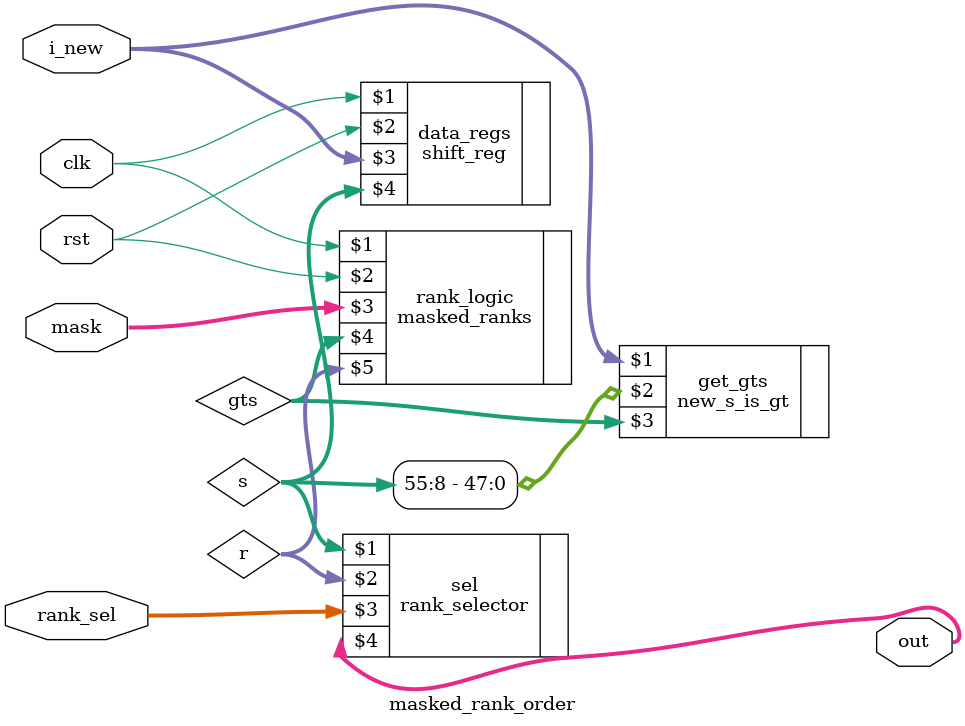
<source format=v>
module masked_rank_order #(
    parameter N = 7,
    parameter data_bits = 8
) (
    input clk,
    input rst,
    input [data_bits-1 : 0] i_new,
    input [N-1 : 0] mask,
    input [rank_bits -1 : 0] rank_sel,
    output [data_bits-1 : 0] out
);

    parameter rank_bits = $clog2(N+1);
    wire [data_bits*N-1:0] s;
    wire [N-2 : 0] gts;
    wire [rank_bits*N-1:0] r;

    shift_reg #(data_bits, N) data_regs(clk, rst, i_new, s);
    new_s_is_gt #(N, data_bits)  get_gts(i_new, s[data_bits*N-1: data_bits], gts);

    masked_ranks #(N)
        rank_logic (clk,
           rst,
           mask,
           gts,
           r);

    rank_selector #(N, data_bits, rank_bits)
        sel(s,r, rank_sel ,out);

endmodule

</source>
